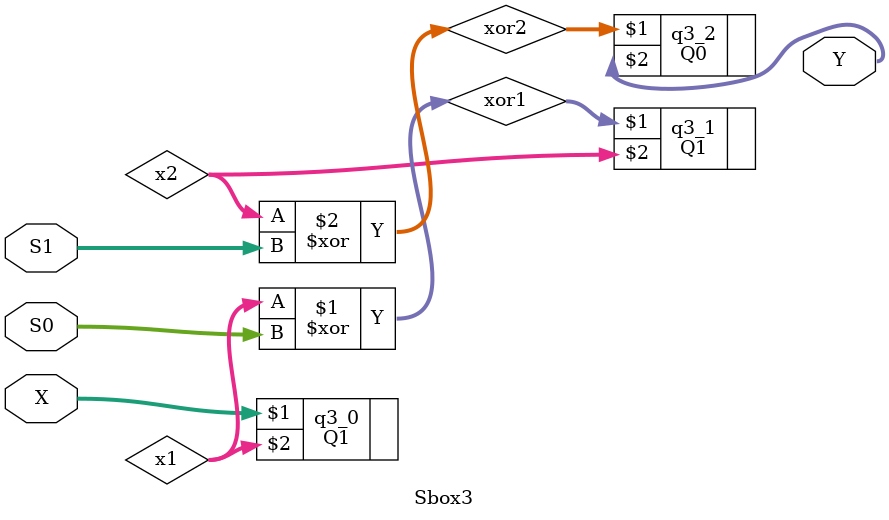
<source format=v>
`timescale 1ns / 1ps

module Sbox(X,S0,S1,Y);
    input[31:0] X,S0,S1;
    output[31:0] Y;
    wire [7:0] X0,X1,X2,X3,S0_0,S0_1,S0_2,S0_3,S1_0,S1_1,S1_2,S1_3;
    wire [7:0] Y0,Y1,Y2,Y3;
    assign {X0,X1,X2,X3}=X;
    assign {S0_0,S0_1,S0_2,S0_3}=S0;
    assign {S1_0,S1_1,S1_2,S1_3}=S1;
    Sbox0 s0(X0,S0_0,S1_0,Y0);
    Sbox1 s1(X1,S0_1,S1_1,Y1);
    Sbox2 s2(X2,S0_2,S1_2,Y2);
    Sbox3 s3(X3,S0_3,S1_3,Y3);
    assign Y = {Y0,Y1,Y2,Y3};
endmodule

module Sbox0(X,S0,S1,Y);
    input[7:0] X,S0,S1;
    output[7:0] Y;
    wire [7:0] x1,x2,xor1,xor2;
    Q0 q0_0(X,x1);
    assign xor1 = x1^S0;
    Q0 q0_1(xor1,x2);
    assign xor2=x2^S1;
    Q1 q0_2(xor2,Y);
endmodule

module Sbox1(X,S0,S1,Y);
    input[7:0] X,S0,S1;
    output[7:0] Y;
    wire [7:0] x1,x2,xor1,xor2;
    Q1 q1_0(X,x1);
    assign xor1 = x1^S0;
    Q0 q1_1(xor1,x2);
    assign xor2=x2^S1;
    Q0 q1_2(xor2,Y);
endmodule

module Sbox2(X,S0,S1,Y);
    input[7:0] X,S0,S1;
    output[7:0] Y;
    wire [7:0] x1,x2,xor1,xor2;
    Q0 q2_0(X,x1);
    assign xor1 = x1^S0;
    Q1 q2_1(xor1,x2);
    assign xor2=x2^S1;
    Q1 q2_2(xor2,Y);
endmodule

module Sbox3(X,S0,S1,Y);
    input[7:0] X,S0,S1;
    output[7:0] Y;
    wire [7:0] x1,x2,xor1,xor2;
    Q1 q3_0(X,x1);
    assign xor1 = x1^S0;
    Q1 q3_1(xor1,x2);
    assign xor2=x2^S1;
    Q0 q3_2(xor2,Y);
endmodule
</source>
